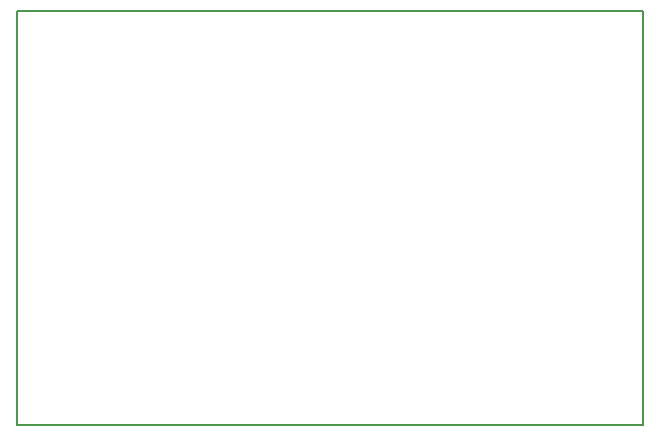
<source format=gbr>
%TF.GenerationSoftware,KiCad,Pcbnew,(5.1.5-0-10_14)*%
%TF.CreationDate,2020-09-13T21:22:45+01:00*%
%TF.ProjectId,BoneRayPCB,426f6e65-5261-4795-9043-422e6b696361,rev?*%
%TF.SameCoordinates,Original*%
%TF.FileFunction,Profile,NP*%
%FSLAX46Y46*%
G04 Gerber Fmt 4.6, Leading zero omitted, Abs format (unit mm)*
G04 Created by KiCad (PCBNEW (5.1.5-0-10_14)) date 2020-09-13 21:22:45*
%MOMM*%
%LPD*%
G04 APERTURE LIST*
%ADD10C,0.150000*%
G04 APERTURE END LIST*
D10*
X160000000Y-132000000D02*
X213000000Y-132000000D01*
X213000000Y-97000000D02*
X160000000Y-97000000D01*
X213000000Y-97000000D02*
X213000000Y-132000000D01*
X160000000Y-132000000D02*
X160000000Y-97000000D01*
M02*

</source>
